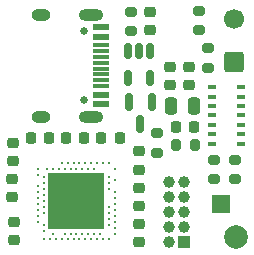
<source format=gts>
%TF.GenerationSoftware,KiCad,Pcbnew,9.0.6*%
%TF.CreationDate,2025-12-11T17:35:40-05:00*%
%TF.ProjectId,Flex Ring,466c6578-2052-4696-9e67-2e6b69636164,rev?*%
%TF.SameCoordinates,Original*%
%TF.FileFunction,Soldermask,Top*%
%TF.FilePolarity,Negative*%
%FSLAX46Y46*%
G04 Gerber Fmt 4.6, Leading zero omitted, Abs format (unit mm)*
G04 Created by KiCad (PCBNEW 9.0.6) date 2025-12-11 17:35:40*
%MOMM*%
%LPD*%
G01*
G04 APERTURE LIST*
G04 Aperture macros list*
%AMRoundRect*
0 Rectangle with rounded corners*
0 $1 Rounding radius*
0 $2 $3 $4 $5 $6 $7 $8 $9 X,Y pos of 4 corners*
0 Add a 4 corners polygon primitive as box body*
4,1,4,$2,$3,$4,$5,$6,$7,$8,$9,$2,$3,0*
0 Add four circle primitives for the rounded corners*
1,1,$1+$1,$2,$3*
1,1,$1+$1,$4,$5*
1,1,$1+$1,$6,$7*
1,1,$1+$1,$8,$9*
0 Add four rect primitives between the rounded corners*
20,1,$1+$1,$2,$3,$4,$5,0*
20,1,$1+$1,$4,$5,$6,$7,0*
20,1,$1+$1,$6,$7,$8,$9,0*
20,1,$1+$1,$8,$9,$2,$3,0*%
G04 Aperture macros list end*
%ADD10RoundRect,0.225000X-0.250000X0.225000X-0.250000X-0.225000X0.250000X-0.225000X0.250000X0.225000X0*%
%ADD11C,0.250000*%
%ADD12R,4.850000X4.850000*%
%ADD13RoundRect,0.250000X0.600000X-0.600000X0.600000X0.600000X-0.600000X0.600000X-0.600000X-0.600000X0*%
%ADD14C,1.700000*%
%ADD15RoundRect,0.225000X0.250000X-0.225000X0.250000X0.225000X-0.250000X0.225000X-0.250000X-0.225000X0*%
%ADD16O,1.600000X1.000000*%
%ADD17O,2.100000X1.000000*%
%ADD18R,1.450000X0.600000*%
%ADD19R,1.450000X0.300000*%
%ADD20C,0.650000*%
%ADD21RoundRect,0.150000X-0.150000X0.587500X-0.150000X-0.587500X0.150000X-0.587500X0.150000X0.587500X0*%
%ADD22RoundRect,0.150000X-0.150000X0.512500X-0.150000X-0.512500X0.150000X-0.512500X0.150000X0.512500X0*%
%ADD23C,2.000000*%
%ADD24RoundRect,0.250000X-0.550000X-0.550000X0.550000X-0.550000X0.550000X0.550000X-0.550000X0.550000X0*%
%ADD25RoundRect,0.225000X-0.225000X-0.250000X0.225000X-0.250000X0.225000X0.250000X-0.225000X0.250000X0*%
%ADD26RoundRect,0.250000X-0.250000X-0.475000X0.250000X-0.475000X0.250000X0.475000X-0.250000X0.475000X0*%
%ADD27RoundRect,0.087500X0.287500X0.087500X-0.287500X0.087500X-0.287500X-0.087500X0.287500X-0.087500X0*%
%ADD28RoundRect,0.200000X0.275000X-0.200000X0.275000X0.200000X-0.275000X0.200000X-0.275000X-0.200000X0*%
%ADD29RoundRect,0.200000X-0.275000X0.200000X-0.275000X-0.200000X0.275000X-0.200000X0.275000X0.200000X0*%
%ADD30RoundRect,0.200000X0.200000X0.275000X-0.200000X0.275000X-0.200000X-0.275000X0.200000X-0.275000X0*%
%ADD31R,1.000000X1.000000*%
%ADD32C,1.000000*%
G04 APERTURE END LIST*
D10*
%TO.C,C10*%
X172500000Y-39450000D03*
X172500000Y-37900000D03*
%TD*%
D11*
%TO.C,U4*%
X180537500Y-38150000D03*
X175037500Y-38150000D03*
X181037500Y-37900000D03*
X174537500Y-37900000D03*
X180537500Y-37650000D03*
X181037500Y-37400000D03*
X174537500Y-37400000D03*
X180537500Y-37150000D03*
X175037500Y-37150000D03*
X181037500Y-36900000D03*
X174537500Y-36900000D03*
X180537500Y-36650000D03*
X175037500Y-36650000D03*
X181037500Y-36400000D03*
X174537500Y-36400000D03*
X175037500Y-36150000D03*
X181037500Y-35900000D03*
X174537500Y-35900000D03*
X175037500Y-35650000D03*
X181037500Y-35400000D03*
X174537500Y-35400000D03*
X180537500Y-35150000D03*
X175037500Y-35150000D03*
X174537500Y-34900000D03*
X180537500Y-34650000D03*
X175037500Y-34650000D03*
D12*
X177787500Y-36150000D03*
D11*
X181037500Y-34400000D03*
X180537500Y-34150000D03*
X175037500Y-34150000D03*
X174537500Y-33900000D03*
X181037500Y-33400000D03*
X179287500Y-33400000D03*
X178787500Y-33400000D03*
X178287500Y-33400000D03*
X177787500Y-33400000D03*
X177287500Y-33400000D03*
X176787500Y-33400000D03*
X176287500Y-33400000D03*
X175787500Y-33400000D03*
X175287500Y-33400000D03*
X174537500Y-33400000D03*
X180537500Y-39400000D03*
X180037500Y-39400000D03*
X179537500Y-39400000D03*
X179037500Y-39400000D03*
X178537500Y-39400000D03*
X178037500Y-39400000D03*
X177537500Y-39400000D03*
X177037500Y-39400000D03*
X176537500Y-39400000D03*
X176037500Y-39400000D03*
X175537500Y-39400000D03*
X175037500Y-39400000D03*
X181037500Y-38900000D03*
X179787500Y-38900000D03*
X179287500Y-38900000D03*
X178787500Y-38900000D03*
X178287500Y-38900000D03*
X177787500Y-38900000D03*
X177287500Y-38900000D03*
X176787500Y-38900000D03*
X175787500Y-38900000D03*
X175037500Y-38650000D03*
X181037500Y-38400000D03*
X180537500Y-32900000D03*
X180037500Y-32900000D03*
X179537500Y-32900000D03*
X179037500Y-32900000D03*
X178537500Y-32900000D03*
X178037500Y-32900000D03*
X177537500Y-32900000D03*
X177037500Y-32900000D03*
X176537500Y-32900000D03*
%TD*%
D13*
%TO.C,BT1*%
X191100000Y-24400000D03*
D14*
X191100000Y-20700000D03*
%TD*%
D15*
%TO.C,C1*%
X185700000Y-24800000D03*
X185700000Y-26350000D03*
%TD*%
D16*
%TO.C,J1*%
X174800000Y-29000000D03*
D17*
X178980000Y-29000000D03*
D16*
X174800000Y-20360000D03*
D17*
X178980000Y-20360000D03*
D18*
X179895000Y-21430000D03*
X179895000Y-22230000D03*
D19*
X179895000Y-22930000D03*
X179895000Y-23930000D03*
X179895000Y-25430000D03*
X179895000Y-26430000D03*
D18*
X179895000Y-27130000D03*
X179895000Y-27930000D03*
X179895000Y-27930000D03*
X179895000Y-27130000D03*
D19*
X179895000Y-25930000D03*
X179895000Y-24930000D03*
X179895000Y-24430000D03*
X179895000Y-23430000D03*
D18*
X179895000Y-22230000D03*
X179895000Y-21430000D03*
D20*
X178450000Y-27570000D03*
X178450000Y-21790000D03*
%TD*%
D21*
%TO.C,U1*%
X184150000Y-27762500D03*
X182250000Y-27762500D03*
X183200000Y-29637500D03*
%TD*%
D22*
%TO.C,U2*%
X184050000Y-25737500D03*
X182150000Y-25737500D03*
X182150000Y-23462500D03*
X183100000Y-23462500D03*
X184050000Y-23462500D03*
%TD*%
D23*
%TO.C,E1*%
X191300000Y-39200000D03*
%TD*%
D24*
%TO.C,E2*%
X190000000Y-36400000D03*
%TD*%
D25*
%TO.C,C12*%
X178450000Y-30800000D03*
X176900000Y-30800000D03*
%TD*%
%TO.C,C5*%
X186200000Y-29900000D03*
X187750000Y-29900000D03*
%TD*%
D26*
%TO.C,C6*%
X185800000Y-28100000D03*
X187700000Y-28100000D03*
%TD*%
D27*
%TO.C,U5*%
X189300000Y-31300000D03*
X189300000Y-30500000D03*
X189300000Y-29700000D03*
X189300000Y-28900000D03*
X189300000Y-28100000D03*
X189300000Y-27300000D03*
X189300000Y-26500000D03*
X191700000Y-26500000D03*
X191700000Y-27300000D03*
X191700000Y-28100000D03*
X191700000Y-28900000D03*
X191700000Y-29700000D03*
X191700000Y-30500000D03*
X191700000Y-31300000D03*
%TD*%
D28*
%TO.C,R3*%
X182400000Y-20100000D03*
X182400000Y-21750000D03*
%TD*%
%TO.C,R_PROTECT1*%
X184600000Y-32050000D03*
X184600000Y-30400000D03*
%TD*%
D29*
%TO.C,R_GSR1*%
X189400000Y-32650000D03*
X189400000Y-34300000D03*
%TD*%
D25*
%TO.C,C_GSR1*%
X179900000Y-30800000D03*
X181450000Y-30800000D03*
%TD*%
D29*
%TO.C,R5*%
X188200000Y-21700000D03*
X188200000Y-20050000D03*
%TD*%
%TO.C,R4*%
X188900000Y-23200000D03*
X188900000Y-24850000D03*
%TD*%
D28*
%TO.C,R2*%
X191200000Y-34300000D03*
X191200000Y-32650000D03*
%TD*%
D30*
%TO.C,R1*%
X187825000Y-31400000D03*
X186175000Y-31400000D03*
%TD*%
D31*
%TO.C,J2*%
X186900000Y-39610000D03*
D32*
X185630000Y-39610000D03*
X186900000Y-38340000D03*
X185630000Y-38340000D03*
X186900000Y-37070000D03*
X185630000Y-37070000D03*
X186900000Y-35800000D03*
X185630000Y-35800000D03*
X186900000Y-34530000D03*
X185630000Y-34530000D03*
%TD*%
D15*
%TO.C,C13*%
X172300000Y-35800000D03*
X172300000Y-34250000D03*
%TD*%
D10*
%TO.C,C11*%
X183100000Y-31950000D03*
X183100000Y-33500000D03*
%TD*%
%TO.C,C9*%
X183100000Y-35000000D03*
X183100000Y-36550000D03*
%TD*%
D15*
%TO.C,C8*%
X183100000Y-39625000D03*
X183100000Y-38075000D03*
%TD*%
%TO.C,C7*%
X184000000Y-21650000D03*
X184000000Y-20100000D03*
%TD*%
D25*
%TO.C,C4*%
X173900000Y-30800000D03*
X175450000Y-30800000D03*
%TD*%
D10*
%TO.C,C3*%
X172400000Y-31200000D03*
X172400000Y-32750000D03*
%TD*%
D15*
%TO.C,C2*%
X187300000Y-26350000D03*
X187300000Y-24800000D03*
%TD*%
M02*

</source>
